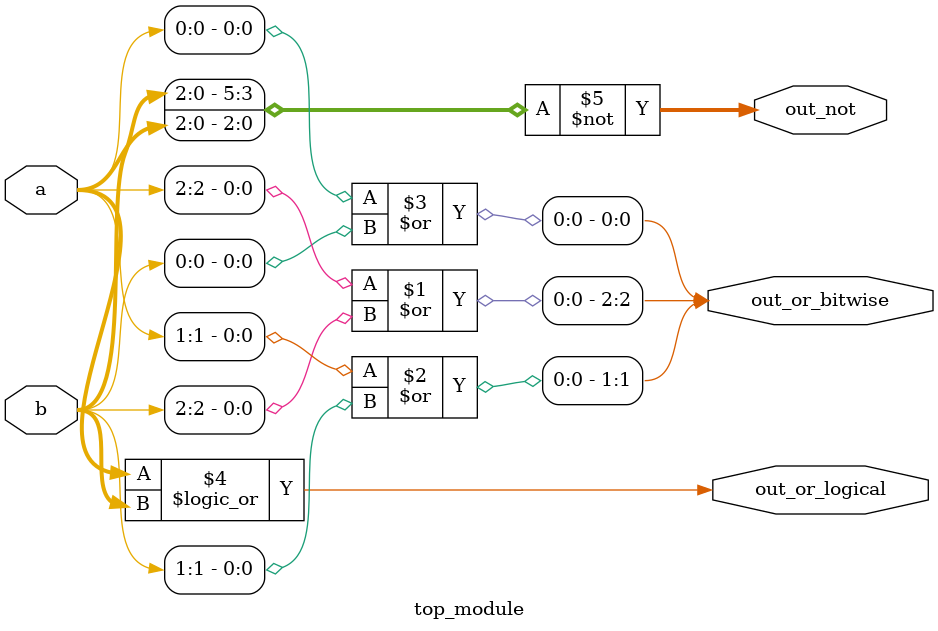
<source format=v>
module top_module(
    input [2:0] a,
    input [2:0] b,
    output [2:0] out_or_bitwise,
    output out_or_logical,
    output [5:0] out_not
);
    assign out_or_bitwise[2] = a[2] | b[2];
    assign out_or_bitwise[1] = a[1] | b[1];
    assign out_or_bitwise[0] = a[0] | b[0];
    assign out_or_logical = a || b;
    assign out_not = ~{b,a};

endmodule

</source>
